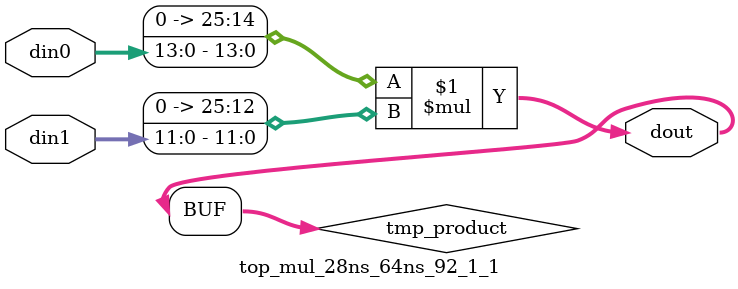
<source format=v>

`timescale 1 ns / 1 ps

  module top_mul_28ns_64ns_92_1_1(din0, din1, dout);
parameter ID = 1;
parameter NUM_STAGE = 0;
parameter din0_WIDTH = 14;
parameter din1_WIDTH = 12;
parameter dout_WIDTH = 26;

input [din0_WIDTH - 1 : 0] din0; 
input [din1_WIDTH - 1 : 0] din1; 
output [dout_WIDTH - 1 : 0] dout;

wire signed [dout_WIDTH - 1 : 0] tmp_product;










assign tmp_product = $signed({1'b0, din0}) * $signed({1'b0, din1});











assign dout = tmp_product;







endmodule

</source>
